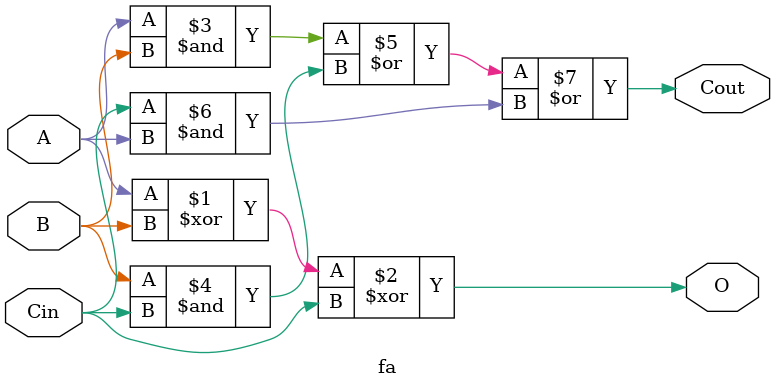
<source format=v>
module fa(input A, input B, input Cin, output O, output Cout);

assign O = A ^ B ^ Cin;
assign Cout = (A & B) | (B & Cin) | (Cin & A);

endmodule

</source>
